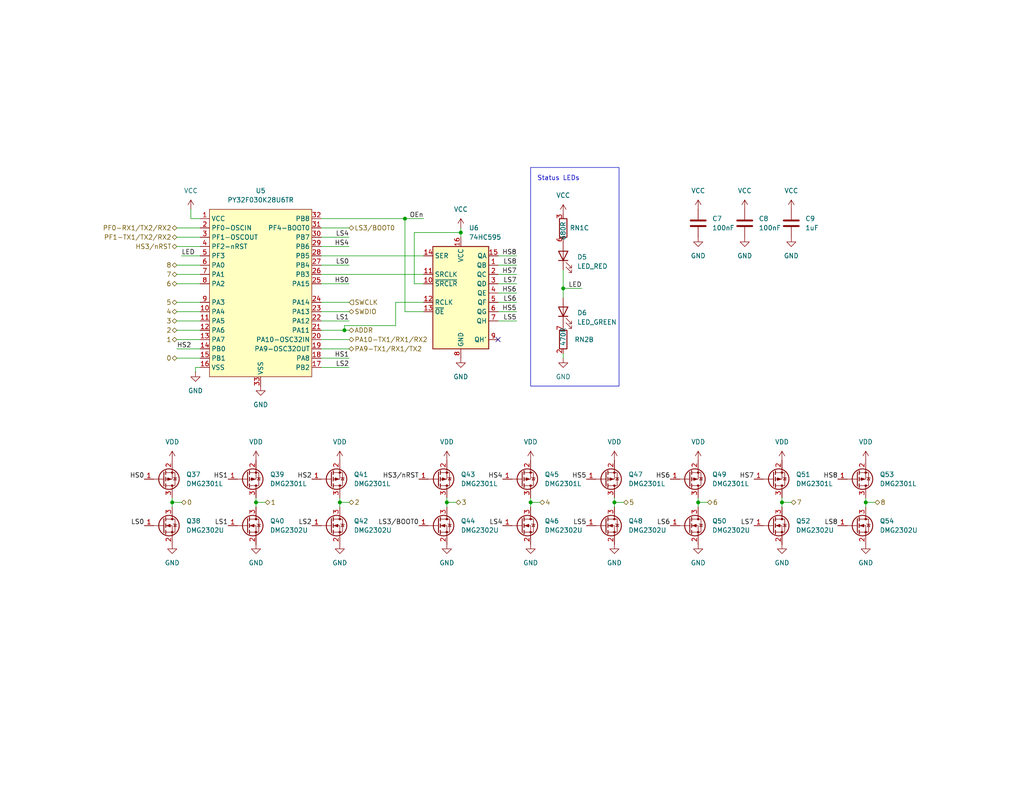
<source format=kicad_sch>
(kicad_sch (version 20231120) (generator "eeschema") (generator_version "8.0")
  (paper "USLetter")
  (junction (at 190.5 137.16))
  (junction (at 167.64 137.16))
  (junction (at 121.92 137.16))
  (junction (at 125.73 63.5))
  (junction (at 236.22 137.16))
  (junction (at 92.71 137.16))
  (junction (at 46.99 137.16))
  (junction (at 213.36 137.16))
  (junction (at 93.98 90.17))
  (junction (at 144.78 137.16))
  (junction (at 69.85 137.16))
  (junction (at 110.49 59.69))
  (junction (at 153.67 78.74))
  (no_connect (at 135.89 92.71))
  (wire (pts (xy 69.85 137.16) (xy 72.39 137.16)))
  (wire (pts (xy 87.63 59.69) (xy 110.49 59.69)))
  (wire (pts (xy 135.89 74.93) (xy 140.97 74.93)))
  (wire (pts (xy 48.26 87.63) (xy 54.61 87.63)))
  (wire (pts (xy 167.64 135.89) (xy 167.64 137.16)))
  (wire (pts (xy 69.85 135.89) (xy 69.85 137.16)))
  (wire (pts (xy 87.63 64.77) (xy 95.25 64.77)))
  (wire (pts (xy 54.61 59.69) (xy 52.07 59.69)))
  (wire (pts (xy 125.73 63.5) (xy 113.03 63.5)))
  (wire (pts (xy 87.63 62.23) (xy 95.25 62.23)))
  (wire (pts (xy 153.67 73.66) (xy 153.67 78.74)))
  (wire (pts (xy 53.34 101.6) (xy 53.34 100.33)))
  (wire (pts (xy 48.26 74.93) (xy 54.61 74.93)))
  (wire (pts (xy 190.5 135.89) (xy 190.5 137.16)))
  (wire (pts (xy 48.26 64.77) (xy 54.61 64.77)))
  (wire (pts (xy 190.5 137.16) (xy 190.5 138.43)))
  (wire (pts (xy 135.89 69.85) (xy 140.97 69.85)))
  (wire (pts (xy 213.36 135.89) (xy 213.36 137.16)))
  (wire (pts (xy 87.63 90.17) (xy 93.98 90.17)))
  (wire (pts (xy 48.26 85.09) (xy 54.61 85.09)))
  (wire (pts (xy 113.03 77.47) (xy 115.57 77.47)))
  (wire (pts (xy 93.98 90.17) (xy 95.25 90.17)))
  (wire (pts (xy 95.25 97.79) (xy 87.63 97.79)))
  (wire (pts (xy 113.03 63.5) (xy 113.03 77.47)))
  (wire (pts (xy 236.22 137.16) (xy 238.76 137.16)))
  (wire (pts (xy 167.64 137.16) (xy 167.64 138.43)))
  (wire (pts (xy 236.22 135.89) (xy 236.22 137.16)))
  (wire (pts (xy 125.73 62.23) (xy 125.73 63.5)))
  (wire (pts (xy 93.98 90.17) (xy 93.98 88.9)))
  (wire (pts (xy 121.92 137.16) (xy 124.46 137.16)))
  (wire (pts (xy 135.89 77.47) (xy 140.97 77.47)))
  (wire (pts (xy 158.75 78.74) (xy 153.67 78.74)))
  (wire (pts (xy 48.26 72.39) (xy 54.61 72.39)))
  (wire (pts (xy 48.26 77.47) (xy 54.61 77.47)))
  (wire (pts (xy 92.71 135.89) (xy 92.71 137.16)))
  (wire (pts (xy 95.25 72.39) (xy 87.63 72.39)))
  (wire (pts (xy 144.78 137.16) (xy 144.78 138.43)))
  (wire (pts (xy 95.25 67.31) (xy 87.63 67.31)))
  (wire (pts (xy 213.36 137.16) (xy 213.36 138.43)))
  (wire (pts (xy 167.64 137.16) (xy 170.18 137.16)))
  (wire (pts (xy 135.89 80.01) (xy 140.97 80.01)))
  (wire (pts (xy 95.25 82.55) (xy 87.63 82.55)))
  (wire (pts (xy 48.26 92.71) (xy 54.61 92.71)))
  (wire (pts (xy 121.92 137.16) (xy 121.92 138.43)))
  (wire (pts (xy 87.63 69.85) (xy 115.57 69.85)))
  (wire (pts (xy 48.26 82.55) (xy 54.61 82.55)))
  (wire (pts (xy 92.71 137.16) (xy 92.71 138.43)))
  (wire (pts (xy 110.49 59.69) (xy 115.57 59.69)))
  (wire (pts (xy 135.89 72.39) (xy 140.97 72.39)))
  (wire (pts (xy 125.73 63.5) (xy 125.73 64.77)))
  (wire (pts (xy 95.25 85.09) (xy 87.63 85.09)))
  (wire (pts (xy 48.26 95.25) (xy 54.61 95.25)))
  (wire (pts (xy 46.99 135.89) (xy 46.99 137.16)))
  (wire (pts (xy 135.89 82.55) (xy 140.97 82.55)))
  (wire (pts (xy 87.63 74.93) (xy 115.57 74.93)))
  (wire (pts (xy 46.99 137.16) (xy 46.99 138.43)))
  (wire (pts (xy 48.26 90.17) (xy 54.61 90.17)))
  (wire (pts (xy 52.07 59.69) (xy 52.07 57.15)))
  (wire (pts (xy 110.49 59.69) (xy 110.49 85.09)))
  (wire (pts (xy 107.95 82.55) (xy 115.57 82.55)))
  (wire (pts (xy 93.98 88.9) (xy 107.95 88.9)))
  (wire (pts (xy 110.49 85.09) (xy 115.57 85.09)))
  (wire (pts (xy 135.89 85.09) (xy 140.97 85.09)))
  (wire (pts (xy 95.25 92.71) (xy 87.63 92.71)))
  (wire (pts (xy 135.89 87.63) (xy 140.97 87.63)))
  (wire (pts (xy 107.95 88.9) (xy 107.95 82.55)))
  (wire (pts (xy 121.92 135.89) (xy 121.92 137.16)))
  (wire (pts (xy 95.25 100.33) (xy 87.63 100.33)))
  (wire (pts (xy 144.78 135.89) (xy 144.78 137.16)))
  (wire (pts (xy 236.22 137.16) (xy 236.22 138.43)))
  (wire (pts (xy 213.36 137.16) (xy 215.9 137.16)))
  (wire (pts (xy 69.85 137.16) (xy 69.85 138.43)))
  (wire (pts (xy 46.99 137.16) (xy 49.53 137.16)))
  (wire (pts (xy 190.5 137.16) (xy 193.04 137.16)))
  (wire (pts (xy 95.25 87.63) (xy 87.63 87.63)))
  (wire (pts (xy 49.53 69.85) (xy 54.61 69.85)))
  (wire (pts (xy 48.26 67.31) (xy 54.61 67.31)))
  (wire (pts (xy 92.71 137.16) (xy 95.25 137.16)))
  (wire (pts (xy 144.78 137.16) (xy 147.32 137.16)))
  (wire (pts (xy 95.25 95.25) (xy 87.63 95.25)))
  (wire (pts (xy 153.67 97.79) (xy 153.67 96.52)))
  (wire (pts (xy 53.34 100.33) (xy 54.61 100.33)))
  (wire (pts (xy 48.26 97.79) (xy 54.61 97.79)))
  (wire (pts (xy 95.25 77.47) (xy 87.63 77.47)))
  (wire (pts (xy 153.67 78.74) (xy 153.67 81.28)))
  (wire (pts (xy 48.26 62.23) (xy 54.61 62.23)))
  (rectangle (start 144.78 45.72) (end 168.91 105.41))
  (text "Status LEDs" (at 146.558 48.006 0) (effects (font (size 1.27 1.27)) (justify left top)))
  (label "LS8" (at 140.97 72.39 180))
  (label "LS1" (at 62.23 143.51 180))
  (label "LED" (at 158.75 78.74 180))
  (label "HS6" (at 182.88 130.81 180))
  (label "HS1" (at 62.23 130.81 180))
  (label "LS6" (at 182.88 143.51 180))
  (label "LS4" (at 137.16 143.51 180))
  (label "HS2" (at 48.26 95.25 0))
  (label "HS7" (at 140.97 74.93 180))
  (label "HS5" (at 160.02 130.81 180))
  (label "HS8" (at 228.6 130.81 180))
  (label "HS3{slash}nRST" (at 114.3 130.81 180))
  (label "LS6" (at 140.97 82.55 180))
  (label "HS0" (at 39.37 130.81 180))
  (label "LS5" (at 160.02 143.51 180))
  (label "HS4" (at 137.16 130.81 180))
  (label "HS8" (at 140.97 69.85 180))
  (label "LS4" (at 95.25 64.77 180))
  (label "LS3{slash}BOOT0" (at 114.3 143.51 180))
  (label "LS0" (at 95.25 72.39 180))
  (label "LS1" (at 95.25 87.63 180))
  (label "LS2" (at 95.25 100.33 180))
  (label "HS5" (at 140.97 85.09 180))
  (label "LED" (at 49.53 69.85 0))
  (label "HS2" (at 85.09 130.81 180))
  (label "HS4" (at 95.25 67.31 180))
  (label "OEn" (at 115.57 59.69 180))
  (label "LS2" (at 85.09 143.51 180))
  (label "LS7" (at 205.74 143.51 180))
  (label "LS0" (at 39.37 143.51 180))
  (label "HS6" (at 140.97 80.01 180))
  (label "LS7" (at 140.97 77.47 180))
  (label "HS7" (at 205.74 130.81 180))
  (label "LS8" (at 228.6 143.51 180))
  (label "LS5" (at 140.97 87.63 180))
  (label "HS1" (at 95.25 97.79 180))
  (label "HS0" (at 95.25 77.47 180))
  (hierarchical_label "5" (shape tri_state) (at 48.26 82.55 180))
  (hierarchical_label "0" (shape tri_state) (at 49.53 137.16 0))
  (hierarchical_label "PF0-RX1{slash}TX2{slash}RX2" (shape tri_state) (at 48.26 62.23 180))
  (hierarchical_label "0" (shape tri_state) (at 48.26 97.79 180))
  (hierarchical_label "SWCLK" (shape input) (at 95.25 82.55 0))
  (hierarchical_label "PA10-TX1{slash}RX1{slash}RX2" (shape tri_state) (at 95.25 92.71 0))
  (hierarchical_label "6" (shape tri_state) (at 48.26 77.47 180))
  (hierarchical_label "7" (shape tri_state) (at 215.9 137.16 0))
  (hierarchical_label "ADDR" (shape tri_state) (at 95.25 90.17 0))
  (hierarchical_label "PF1-TX1{slash}TX2{slash}RX2" (shape tri_state) (at 48.26 64.77 180))
  (hierarchical_label "3" (shape tri_state) (at 48.26 87.63 180))
  (hierarchical_label "4" (shape tri_state) (at 147.32 137.16 0))
  (hierarchical_label "5" (shape tri_state) (at 170.18 137.16 0))
  (hierarchical_label "SWDIO" (shape tri_state) (at 95.25 85.09 0))
  (hierarchical_label "6" (shape tri_state) (at 193.04 137.16 0))
  (hierarchical_label "2" (shape tri_state) (at 48.26 90.17 180))
  (hierarchical_label "8" (shape tri_state) (at 238.76 137.16 0))
  (hierarchical_label "PA9-TX1{slash}RX1{slash}TX2" (shape tri_state) (at 95.25 95.25 0))
  (hierarchical_label "1" (shape tri_state) (at 48.26 92.71 180))
  (hierarchical_label "8" (shape tri_state) (at 48.26 72.39 180))
  (hierarchical_label "4" (shape tri_state) (at 48.26 85.09 180))
  (hierarchical_label "7" (shape tri_state) (at 48.26 74.93 180))
  (hierarchical_label "3" (shape tri_state) (at 124.46 137.16 0))
  (hierarchical_label "HS3{slash}nRST" (shape bidirectional) (at 48.26 67.31 180))
  (hierarchical_label "1" (shape tri_state) (at 72.39 137.16 0))
  (hierarchical_label "LS3{slash}BOOT0" (shape bidirectional) (at 95.25 62.23 0))
  (hierarchical_label "2" (shape tri_state) (at 95.25 137.16 0))
  (symbol (lib_id "Transistor_FET:DMG2302U") (at 187.96 143.51 0) (unit 1)
    (property "Reference" "Q50" (at 194.31 142.2399 0) (effects (justify left)))
    (property "Value" "DMG2302U" (at 194.31 144.7799 0) (effects (justify left)))
    (property "Footprint" "Package_TO_SOT_SMD:SOT-23_alt_silk" (effects (hide yes)))
    (property "Datasheet" "http://www.diodes.com/assets/Datasheets/DMG2302U.pdf" (effects (hide yes)))
    (property "Description" "4.2A Id, 20V Vds, N-Channel MOSFET, SOT-23" (effects (hide yes)))
    (property "Comments" "2302V N-channel MOSFET" (effects (hide yes)))
    (property "LCSC" "C7431443" (effects (hide yes)))
    (instances (project "backplane_tracer_v5" (path "" (reference "Q50") (unit 1)) (path "" (reference "Q68") (unit 1)) (path "" (reference "Q86") (unit 1)) (path "" (reference "Q104") (unit 1)) (path "" (reference "Q122") (unit 1)) (path "" (reference "Q32") (unit 1)) (path "" (reference "Q14") (unit 1)) (path "" (reference "Q140") (unit 1))))
  )
  (symbol (lib_id "power:VCC") (at 125.73 62.23 0) (unit 1)
    (property "Reference" "#PWR099" (effects (hide yes)))
    (property "Value" "VCC" (at 125.73 57.15 0))
    (property "Description" "Power symbol creates a global label with name \"VCC\"" (effects (hide yes)))
    (instances (project "" (path "" (reference "#PWR099") (unit 1)) (path "" (reference "#PWR0104") (unit 1)) (path "" (reference "#PWR0106") (unit 1)) (path "" (reference "#PWR0112") (unit 1)) (path "" (reference "#PWR0116") (unit 1)) (path "" (reference "#PWR097") (unit 1)) (path "" (reference "#PWR085") (unit 1)) (path "" (reference "#PWR0128") (unit 1))))
  )
  (symbol (lib_id "Transistor_FET:DMG2302U") (at 165.1 143.51 0) (unit 1)
    (property "Reference" "Q48" (at 171.45 142.2399 0) (effects (justify left)))
    (property "Value" "DMG2302U" (at 171.45 144.7799 0) (effects (justify left)))
    (property "Footprint" "Package_TO_SOT_SMD:SOT-23_alt_silk" (effects (hide yes)))
    (property "Datasheet" "http://www.diodes.com/assets/Datasheets/DMG2302U.pdf" (effects (hide yes)))
    (property "Description" "4.2A Id, 20V Vds, N-Channel MOSFET, SOT-23" (effects (hide yes)))
    (property "Comments" "2302V N-channel MOSFET" (effects (hide yes)))
    (property "LCSC" "C7431443" (effects (hide yes)))
    (instances (project "backplane_tracer_v5" (path "" (reference "Q48") (unit 1)) (path "" (reference "Q66") (unit 1)) (path "" (reference "Q84") (unit 1)) (path "" (reference "Q102") (unit 1)) (path "" (reference "Q120") (unit 1)) (path "" (reference "Q30") (unit 1)) (path "" (reference "Q12") (unit 1)) (path "" (reference "Q138") (unit 1))))
  )
  (symbol (lib_id "Transistor_FET:DMG2302U") (at 142.24 143.51 0) (unit 1)
    (property "Reference" "Q46" (at 148.59 142.2399 0) (effects (justify left)))
    (property "Value" "DMG2302U" (at 148.59 144.7799 0) (effects (justify left)))
    (property "Footprint" "Package_TO_SOT_SMD:SOT-23_alt_silk" (effects (hide yes)))
    (property "Datasheet" "http://www.diodes.com/assets/Datasheets/DMG2302U.pdf" (effects (hide yes)))
    (property "Description" "4.2A Id, 20V Vds, N-Channel MOSFET, SOT-23" (effects (hide yes)))
    (property "Comments" "2302V N-channel MOSFET" (effects (hide yes)))
    (property "LCSC" "C7431443" (effects (hide yes)))
    (instances (project "backplane_tracer_v5" (path "" (reference "Q46") (unit 1)) (path "" (reference "Q64") (unit 1)) (path "" (reference "Q82") (unit 1)) (path "" (reference "Q100") (unit 1)) (path "" (reference "Q118") (unit 1)) (path "" (reference "Q28") (unit 1)) (path "" (reference "Q10") (unit 1)) (path "" (reference "Q136") (unit 1))))
  )
  (symbol (lib_id "power:VDD") (at 167.64 125.73 0) (unit 1)
    (property "Reference" "#PWR083" (effects (hide yes)))
    (property "Value" "VDD" (at 167.64 120.65 0))
    (property "Description" "Power symbol creates a global label with name \"VDD\"" (effects (hide yes)))
    (instances (project "backplane_tracer_v4" (path "" (reference "#PWR083") (unit 1)) (path "" (reference "#PWR0114") (unit 1)) (path "" (reference "#PWR0145") (unit 1)) (path "" (reference "#PWR0176") (unit 1)) (path "" (reference "#PWR0207") (unit 1)) (path "" (reference "#PWR053") (unit 1)) (path "" (reference "#PWR028") (unit 1)) (path "" (reference "#PWR0238") (unit 1))))
  )
  (symbol (lib_id "Transistor_FET:DMG2301L") (at 165.1 130.81 0) (mirror x) (unit 1)
    (property "Reference" "Q47" (at 171.45 129.5399 0) (effects (justify left)))
    (property "Value" "DMG2301L" (at 171.45 132.0799 0) (effects (justify left)))
    (property "Footprint" "Package_TO_SOT_SMD:SOT-23_alt_silk" (effects (hide yes)))
    (property "Datasheet" "https://www.diodes.com/assets/Datasheets/DMG2301L.pdf" (effects (hide yes)))
    (property "Description" "-3A Id, -20V Vds, P-Channel MOSFET, SOT-23" (effects (hide yes)))
    (property "Comments" "2301V P-channel MOSFET" (effects (hide yes)))
    (property "LCSC" "C7499856" (effects (hide yes)))
    (instances (project "backplane_tracer_v5" (path "" (reference "Q47") (unit 1)) (path "" (reference "Q65") (unit 1)) (path "" (reference "Q83") (unit 1)) (path "" (reference "Q101") (unit 1)) (path "" (reference "Q119") (unit 1)) (path "" (reference "Q29") (unit 1)) (path "" (reference "Q11") (unit 1)) (path "" (reference "Q137") (unit 1))))
  )
  (symbol (lib_id "power:GND") (at 190.5 148.59 0) (unit 1)
    (property "Reference" "#PWR088" (effects (hide yes)))
    (property "Value" "GND" (at 190.5 153.67 0))
    (property "Description" "Power symbol creates a global label with name \"GND\" , ground" (effects (hide yes)))
    (instances (project "backplane_tracer_v4" (path "" (reference "#PWR088") (unit 1)) (path "" (reference "#PWR0119") (unit 1)) (path "" (reference "#PWR0150") (unit 1)) (path "" (reference "#PWR0181") (unit 1)) (path "" (reference "#PWR0212") (unit 1)) (path "" (reference "#PWR058") (unit 1)) (path "" (reference "#PWR020") (unit 1)) (path "" (reference "#PWR0243") (unit 1))))
  )
  (symbol (lib_id "power:GND") (at 46.99 148.59 0) (unit 1)
    (property "Reference" "#PWR063" (effects (hide yes)))
    (property "Value" "GND" (at 46.99 153.67 0))
    (property "Description" "Power symbol creates a global label with name \"GND\" , ground" (effects (hide yes)))
    (instances (project "backplane_tracer_v4" (path "" (reference "#PWR063") (unit 1)) (path "" (reference "#PWR094") (unit 1)) (path "" (reference "#PWR0125") (unit 1)) (path "" (reference "#PWR0156") (unit 1)) (path "" (reference "#PWR0187") (unit 1)) (path "" (reference "#PWR033") (unit 1)) (path "" (reference "#PWR010") (unit 1)) (path "" (reference "#PWR0218") (unit 1))))
  )
  (symbol (lib_id "power:GND") (at 125.73 97.79 0) (unit 1)
    (property "Reference" "#PWR082" (effects (hide yes)))
    (property "Value" "GND" (at 125.73 102.87 0))
    (property "Description" "Power symbol creates a global label with name \"GND\" , ground" (effects (hide yes)))
    (instances (project "backplane_tracer_v4" (path "" (reference "#PWR082") (unit 1)) (path "" (reference "#PWR0113") (unit 1)) (path "" (reference "#PWR0144") (unit 1)) (path "" (reference "#PWR0175") (unit 1)) (path "" (reference "#PWR0206") (unit 1)) (path "" (reference "#PWR052") (unit 1)) (path "" (reference "#PWR011") (unit 1)) (path "" (reference "#PWR0237") (unit 1))))
  )
  (symbol (lib_id "power:GND") (at 213.36 148.59 0) (unit 1)
    (property "Reference" "#PWR090" (effects (hide yes)))
    (property "Value" "GND" (at 213.36 153.67 0))
    (property "Description" "Power symbol creates a global label with name \"GND\" , ground" (effects (hide yes)))
    (instances (project "backplane_tracer_v4" (path "" (reference "#PWR090") (unit 1)) (path "" (reference "#PWR0121") (unit 1)) (path "" (reference "#PWR0152") (unit 1)) (path "" (reference "#PWR0183") (unit 1)) (path "" (reference "#PWR0214") (unit 1)) (path "" (reference "#PWR060") (unit 1)) (path "" (reference "#PWR021") (unit 1)) (path "" (reference "#PWR0245") (unit 1))))
  )
  (symbol (lib_id "Transistor_FET:DMG2301L") (at 142.24 130.81 0) (mirror x) (unit 1)
    (property "Reference" "Q45" (at 148.59 129.5399 0) (effects (justify left)))
    (property "Value" "DMG2301L" (at 148.59 132.0799 0) (effects (justify left)))
    (property "Footprint" "Package_TO_SOT_SMD:SOT-23_alt_silk" (effects (hide yes)))
    (property "Datasheet" "https://www.diodes.com/assets/Datasheets/DMG2301L.pdf" (effects (hide yes)))
    (property "Description" "-3A Id, -20V Vds, P-Channel MOSFET, SOT-23" (effects (hide yes)))
    (property "Comments" "2301V P-channel MOSFET" (effects (hide yes)))
    (property "LCSC" "C7499856" (effects (hide yes)))
    (instances (project "backplane_tracer_v5" (path "" (reference "Q45") (unit 1)) (path "" (reference "Q63") (unit 1)) (path "" (reference "Q81") (unit 1)) (path "" (reference "Q99") (unit 1)) (path "" (reference "Q117") (unit 1)) (path "" (reference "Q27") (unit 1)) (path "" (reference "Q9") (unit 1)) (path "" (reference "Q135") (unit 1))))
  )
  (symbol (lib_id "Transistor_FET:DMG2302U") (at 119.38 143.51 0) (unit 1)
    (property "Reference" "Q44" (at 125.73 142.2399 0) (effects (justify left)))
    (property "Value" "DMG2302U" (at 125.73 144.7799 0) (effects (justify left)))
    (property "Footprint" "Package_TO_SOT_SMD:SOT-23_alt_silk" (effects (hide yes)))
    (property "Datasheet" "http://www.diodes.com/assets/Datasheets/DMG2302U.pdf" (effects (hide yes)))
    (property "Description" "4.2A Id, 20V Vds, N-Channel MOSFET, SOT-23" (effects (hide yes)))
    (property "Comments" "2302V N-channel MOSFET" (effects (hide yes)))
    (property "LCSC" "C7431443" (effects (hide yes)))
    (instances (project "backplane_tracer_v5" (path "" (reference "Q44") (unit 1)) (path "" (reference "Q62") (unit 1)) (path "" (reference "Q80") (unit 1)) (path "" (reference "Q98") (unit 1)) (path "" (reference "Q116") (unit 1)) (path "" (reference "Q26") (unit 1)) (path "" (reference "Q8") (unit 1)) (path "" (reference "Q134") (unit 1))))
  )
  (symbol (lib_id "power:VCC") (at 190.5 57.15 0) (unit 1)
    (property "Reference" "#PWR0178" (effects (hide yes)))
    (property "Value" "VCC" (at 190.5 52.07 0))
    (property "Description" "Power symbol creates a global label with name \"VCC\"" (effects (hide yes)))
    (instances (project "" (path "" (reference "#PWR0178") (unit 1)) (path "" (reference "#PWR0190") (unit 1)) (path "" (reference "#PWR0192") (unit 1)) (path "" (reference "#PWR0197") (unit 1)) (path "" (reference "#PWR0199") (unit 1)) (path "" (reference "#PWR0174") (unit 1)) (path "" (reference "#PWR0168") (unit 1)) (path "" (reference "#PWR0205") (unit 1))))
  )
  (symbol (lib_id "power:VDD") (at 121.92 125.73 0) (unit 1)
    (property "Reference" "#PWR077" (effects (hide yes)))
    (property "Value" "VDD" (at 121.92 120.65 0))
    (property "Description" "Power symbol creates a global label with name \"VDD\"" (effects (hide yes)))
    (instances (project "backplane_tracer_v4" (path "" (reference "#PWR077") (unit 1)) (path "" (reference "#PWR0108") (unit 1)) (path "" (reference "#PWR0139") (unit 1)) (path "" (reference "#PWR0170") (unit 1)) (path "" (reference "#PWR0201") (unit 1)) (path "" (reference "#PWR047") (unit 1)) (path "" (reference "#PWR026") (unit 1)) (path "" (reference "#PWR0232") (unit 1))))
  )
  (symbol (lib_id "power:GND") (at 236.22 148.59 0) (unit 1)
    (property "Reference" "#PWR092" (effects (hide yes)))
    (property "Value" "GND" (at 236.22 153.67 0))
    (property "Description" "Power symbol creates a global label with name \"GND\" , ground" (effects (hide yes)))
    (instances (project "backplane_tracer_v4" (path "" (reference "#PWR092") (unit 1)) (path "" (reference "#PWR0123") (unit 1)) (path "" (reference "#PWR0154") (unit 1)) (path "" (reference "#PWR0185") (unit 1)) (path "" (reference "#PWR0216") (unit 1)) (path "" (reference "#PWR062") (unit 1)) (path "" (reference "#PWR022") (unit 1)) (path "" (reference "#PWR0247") (unit 1))))
  )
  (symbol (lib_id "power:VCC") (at 153.67 58.42 0) (unit 1)
    (property "Reference" "#PWR0273" (effects (hide yes)))
    (property "Value" "VCC" (at 153.67 53.34 0))
    (property "Description" "Power symbol creates a global label with name \"VCC\"" (effects (hide yes)))
    (instances (project "backplane_tracer_v4" (path "" (reference "#PWR0273") (unit 1)) (path "" (reference "#PWR0274") (unit 1)) (path "" (reference "#PWR0275") (unit 1)) (path "" (reference "#PWR0276") (unit 1)) (path "" (reference "#PWR0277") (unit 1)) (path "" (reference "#PWR0272") (unit 1)) (path "" (reference "#PWR0271") (unit 1)) (path "" (reference "#PWR0278") (unit 1))))
  )
  (symbol (lib_id "power:VDD") (at 144.78 125.73 0) (unit 1)
    (property "Reference" "#PWR079" (effects (hide yes)))
    (property "Value" "VDD" (at 144.78 120.65 0))
    (property "Description" "Power symbol creates a global label with name \"VDD\"" (effects (hide yes)))
    (instances (project "backplane_tracer_v4" (path "" (reference "#PWR079") (unit 1)) (path "" (reference "#PWR0110") (unit 1)) (path "" (reference "#PWR0141") (unit 1)) (path "" (reference "#PWR0172") (unit 1)) (path "" (reference "#PWR0203") (unit 1)) (path "" (reference "#PWR049") (unit 1)) (path "" (reference "#PWR027") (unit 1)) (path "" (reference "#PWR0234") (unit 1))))
  )
  (symbol (lib_id "power:GND") (at 190.5 64.77 0) (unit 1)
    (property "Reference" "#PWR069" (effects (hide yes)))
    (property "Value" "GND" (at 190.5 69.85 0))
    (property "Description" "Power symbol creates a global label with name \"GND\" , ground" (effects (hide yes)))
    (instances (project "backplane_tracer_v4" (path "" (reference "#PWR069") (unit 1)) (path "" (reference "#PWR0100") (unit 1)) (path "" (reference "#PWR0131") (unit 1)) (path "" (reference "#PWR0162") (unit 1)) (path "" (reference "#PWR0193") (unit 1)) (path "" (reference "#PWR039") (unit 1)) (path "" (reference "#PWR04") (unit 1)) (path "" (reference "#PWR0224") (unit 1))))
  )
  (symbol (lib_id "power:GND") (at 69.85 148.59 0) (unit 1)
    (property "Reference" "#PWR065" (effects (hide yes)))
    (property "Value" "GND" (at 69.85 153.67 0))
    (property "Description" "Power symbol creates a global label with name \"GND\" , ground" (effects (hide yes)))
    (instances (project "backplane_tracer_v4" (path "" (reference "#PWR065") (unit 1)) (path "" (reference "#PWR096") (unit 1)) (path "" (reference "#PWR0127") (unit 1)) (path "" (reference "#PWR0158") (unit 1)) (path "" (reference "#PWR0189") (unit 1)) (path "" (reference "#PWR035") (unit 1)) (path "" (reference "#PWR014") (unit 1)) (path "" (reference "#PWR0220") (unit 1))))
  )
  (symbol (lib_id "Transistor_FET:DMG2302U") (at 210.82 143.51 0) (unit 1)
    (property "Reference" "Q52" (at 217.17 142.2399 0) (effects (justify left)))
    (property "Value" "DMG2302U" (at 217.17 144.7799 0) (effects (justify left)))
    (property "Footprint" "Package_TO_SOT_SMD:SOT-23_alt_silk" (effects (hide yes)))
    (property "Datasheet" "http://www.diodes.com/assets/Datasheets/DMG2302U.pdf" (effects (hide yes)))
    (property "Description" "4.2A Id, 20V Vds, N-Channel MOSFET, SOT-23" (effects (hide yes)))
    (property "Comments" "2302V N-channel MOSFET" (effects (hide yes)))
    (property "LCSC" "C7431443" (effects (hide yes)))
    (instances (project "backplane_tracer_v5" (path "" (reference "Q52") (unit 1)) (path "" (reference "Q70") (unit 1)) (path "" (reference "Q88") (unit 1)) (path "" (reference "Q106") (unit 1)) (path "" (reference "Q124") (unit 1)) (path "" (reference "Q34") (unit 1)) (path "" (reference "Q16") (unit 1)) (path "" (reference "Q142") (unit 1))))
  )
  (symbol (lib_id "power:GND") (at 153.67 97.79 0) (unit 1)
    (property "Reference" "#PWR086" (effects (hide yes)))
    (property "Value" "GND" (at 153.67 102.87 0))
    (property "Description" "Power symbol creates a global label with name \"GND\" , ground" (effects (hide yes)))
    (instances (project "backplane_tracer_v4" (path "" (reference "#PWR086") (unit 1)) (path "" (reference "#PWR0117") (unit 1)) (path "" (reference "#PWR0148") (unit 1)) (path "" (reference "#PWR0179") (unit 1)) (path "" (reference "#PWR0210") (unit 1)) (path "" (reference "#PWR056") (unit 1)) (path "" (reference "#PWR013") (unit 1)) (path "" (reference "#PWR0241") (unit 1))))
  )
  (symbol (lib_id "power:GND") (at 53.34 101.6 0) (unit 1)
    (property "Reference" "#PWR067" (effects (hide yes)))
    (property "Value" "GND" (at 53.34 106.68 0))
    (property "Description" "Power symbol creates a global label with name \"GND\" , ground" (effects (hide yes)))
    (instances (project "backplane_tracer_v4" (path "" (reference "#PWR067") (unit 1)) (path "" (reference "#PWR098") (unit 1)) (path "" (reference "#PWR0129") (unit 1)) (path "" (reference "#PWR0160") (unit 1)) (path "" (reference "#PWR0191") (unit 1)) (path "" (reference "#PWR037") (unit 1)) (path "" (reference "#PWR02") (unit 1)) (path "" (reference "#PWR0222") (unit 1))))
  )
  (symbol (lib_id "Device:LED") (at 153.67 69.85 90) (unit 1)
    (property "Reference" "D5" (at 157.48 70.1674 90) (effects (justify right)))
    (property "Value" "LED_RED" (at 157.48 72.7074 90) (effects (justify right)))
    (property "Footprint" "LED_SMD:LED_0603_1608Metric" (effects (hide yes)))
    (property "Datasheet" "https://www.lcsc.com/datasheet/lcsc_datasheet_2308091127_TUOZHAN-F-0603-00139-P2-0603R1TS2-06T-002_C7496820.pdf" (effects (hide yes)))
    (property "Description" "Light emitting diode" (effects (hide yes)))
    (property "LCSC" "C7496820" (effects (hide yes)))
    (property "Comments" "Red LED" (effects (hide yes)))
    (instances (project "backplane_tracer_v4" (path "" (reference "D5") (unit 1)) (path "" (reference "D7") (unit 1)) (path "" (reference "D9") (unit 1)) (path "" (reference "D11") (unit 1)) (path "" (reference "D13") (unit 1)) (path "" (reference "D3") (unit 1)) (path "" (reference "D1") (unit 1)) (path "" (reference "D15") (unit 1))))
  )
  (symbol (lib_id "power:GND") (at 71.12 105.41 0) (unit 1)
    (property "Reference" "#PWR070" (effects (hide yes)))
    (property "Value" "GND" (at 71.12 110.49 0))
    (property "Description" "Power symbol creates a global label with name \"GND\" , ground" (effects (hide yes)))
    (instances (project "backplane_tracer_v4" (path "" (reference "#PWR070") (unit 1)) (path "" (reference "#PWR0101") (unit 1)) (path "" (reference "#PWR0132") (unit 1)) (path "" (reference "#PWR0163") (unit 1)) (path "" (reference "#PWR0194") (unit 1)) (path "" (reference "#PWR040") (unit 1)) (path "" (reference "#PWR05") (unit 1)) (path "" (reference "#PWR0225") (unit 1))))
  )
  (symbol (lib_id "power:GND") (at 121.92 148.59 0) (unit 1)
    (property "Reference" "#PWR078" (effects (hide yes)))
    (property "Value" "GND" (at 121.92 153.67 0))
    (property "Description" "Power symbol creates a global label with name \"GND\" , ground" (effects (hide yes)))
    (instances (project "backplane_tracer_v4" (path "" (reference "#PWR078") (unit 1)) (path "" (reference "#PWR0109") (unit 1)) (path "" (reference "#PWR0140") (unit 1)) (path "" (reference "#PWR0171") (unit 1)) (path "" (reference "#PWR0202") (unit 1)) (path "" (reference "#PWR048") (unit 1)) (path "" (reference "#PWR016") (unit 1)) (path "" (reference "#PWR0233") (unit 1))))
  )
  (symbol (lib_id "Device:C") (at 190.5 60.96 0) (unit 1)
    (property "Reference" "C7" (at 194.31 59.6899 0) (effects (justify left)))
    (property "Value" "100nF" (at 194.31 62.2299 0) (effects (justify left)))
    (property "Footprint" "Capacitor_SMD:C_0603_1608Metric" (effects (hide yes)))
    (property "Datasheet" "https://wmsc.lcsc.com/wmsc/upload/file/pdf/v2/lcsc/2211101700_YAGEO-CC0603KRX7R9BB104_C14663.pdf" (effects (hide yes)))
    (property "Description" "Unpolarized capacitor" (effects (hide yes)))
    (property "LCSC" "C14663" (effects (hide yes)))
    (property "Comments" "100nF 50V X7R" (effects (hide yes)))
    (instances (project "backplane_tracer_v4" (path "" (reference "C7") (unit 1)) (path "" (reference "C10") (unit 1)) (path "" (reference "C13") (unit 1)) (path "" (reference "C16") (unit 1)) (path "" (reference "C19") (unit 1)) (path "" (reference "C4") (unit 1)) (path "" (reference "C1") (unit 1)) (path "" (reference "C22") (unit 1))))
  )
  (symbol (lib_id "Transistor_FET:DMG2301L") (at 44.45 130.81 0) (mirror x) (unit 1)
    (property "Reference" "Q37" (at 50.8 129.5399 0) (effects (justify left)))
    (property "Value" "DMG2301L" (at 50.8 132.0799 0) (effects (justify left)))
    (property "Footprint" "Package_TO_SOT_SMD:SOT-23_alt_silk" (effects (hide yes)))
    (property "Datasheet" "https://www.diodes.com/assets/Datasheets/DMG2301L.pdf" (effects (hide yes)))
    (property "Description" "-3A Id, -20V Vds, P-Channel MOSFET, SOT-23" (effects (hide yes)))
    (property "Comments" "2301V P-channel MOSFET" (effects (hide yes)))
    (property "LCSC" "C7499856" (effects (hide yes)))
    (instances (project "" (path "" (reference "Q37") (unit 1)) (path "" (reference "Q55") (unit 1)) (path "" (reference "Q73") (unit 1)) (path "" (reference "Q91") (unit 1)) (path "" (reference "Q109") (unit 1)) (path "" (reference "Q19") (unit 1)) (path "" (reference "Q1") (unit 1)) (path "" (reference "Q127") (unit 1))))
  )
  (symbol (lib_id "Transistor_FET:DMG2302U") (at 67.31 143.51 0) (unit 1)
    (property "Reference" "Q40" (at 73.66 142.2399 0) (effects (justify left)))
    (property "Value" "DMG2302U" (at 73.66 144.7799 0) (effects (justify left)))
    (property "Footprint" "Package_TO_SOT_SMD:SOT-23_alt_silk" (effects (hide yes)))
    (property "Datasheet" "http://www.diodes.com/assets/Datasheets/DMG2302U.pdf" (effects (hide yes)))
    (property "Description" "4.2A Id, 20V Vds, N-Channel MOSFET, SOT-23" (effects (hide yes)))
    (property "Comments" "2302V N-channel MOSFET" (effects (hide yes)))
    (property "LCSC" "C7431443" (effects (hide yes)))
    (instances (project "backplane_tracer_v5" (path "" (reference "Q40") (unit 1)) (path "" (reference "Q58") (unit 1)) (path "" (reference "Q76") (unit 1)) (path "" (reference "Q94") (unit 1)) (path "" (reference "Q112") (unit 1)) (path "" (reference "Q22") (unit 1)) (path "" (reference "Q4") (unit 1)) (path "" (reference "Q130") (unit 1))))
  )
  (symbol (lib_id "power:GND") (at 203.2 64.77 0) (unit 1)
    (property "Reference" "#PWR074" (effects (hide yes)))
    (property "Value" "GND" (at 203.2 69.85 0))
    (property "Description" "Power symbol creates a global label with name \"GND\" , ground" (effects (hide yes)))
    (instances (project "backplane_tracer_v4" (path "" (reference "#PWR074") (unit 1)) (path "" (reference "#PWR0105") (unit 1)) (path "" (reference "#PWR0136") (unit 1)) (path "" (reference "#PWR0167") (unit 1)) (path "" (reference "#PWR0198") (unit 1)) (path "" (reference "#PWR044") (unit 1)) (path "" (reference "#PWR07") (unit 1)) (path "" (reference "#PWR0229") (unit 1))))
  )
  (symbol (lib_id "Transistor_FET:DMG2301L") (at 187.96 130.81 0) (mirror x) (unit 1)
    (property "Reference" "Q49" (at 194.31 129.5399 0) (effects (justify left)))
    (property "Value" "DMG2301L" (at 194.31 132.0799 0) (effects (justify left)))
    (property "Footprint" "Package_TO_SOT_SMD:SOT-23_alt_silk" (effects (hide yes)))
    (property "Datasheet" "https://www.diodes.com/assets/Datasheets/DMG2301L.pdf" (effects (hide yes)))
    (property "Description" "-3A Id, -20V Vds, P-Channel MOSFET, SOT-23" (effects (hide yes)))
    (property "Comments" "2301V P-channel MOSFET" (effects (hide yes)))
    (property "LCSC" "C7499856" (effects (hide yes)))
    (instances (project "backplane_tracer_v5" (path "" (reference "Q49") (unit 1)) (path "" (reference "Q67") (unit 1)) (path "" (reference "Q85") (unit 1)) (path "" (reference "Q103") (unit 1)) (path "" (reference "Q121") (unit 1)) (path "" (reference "Q31") (unit 1)) (path "" (reference "Q13") (unit 1)) (path "" (reference "Q139") (unit 1))))
  )
  (symbol (lib_id "puya:PY32F030K28U6TR") (at 71.12 80.01 0) (unit 1)
    (property "Reference" "U5" (at 71.12 52.07 0))
    (property "Value" "PY32F030K28U6TR" (at 71.12 54.61 0))
    (property "Footprint" "Package_DFN_QFN:QFN-32-1EP_5x5mm_P0.5mm_EP3.6x3.6mm" (effects (hide yes)))
    (property "Datasheet" "https://www.lcsc.com/datasheet/lcsc_datasheet_2205191730_PUYA--PY32F030K28U6TR_C3018718.pdf" (effects (hide yes)))
    (property "LCSC" "C3018718" (effects (hide yes)))
    (property "Comments" "PY32F030K28U6TR" (effects (hide yes)))
    (instances (project "backplane_tracer_v4" (path "" (reference "U5") (unit 1)) (path "" (reference "U7") (unit 1)) (path "" (reference "U9") (unit 1)) (path "" (reference "U11") (unit 1)) (path "" (reference "U13") (unit 1)) (path "" (reference "U3") (unit 1)) (path "" (reference "U1") (unit 1)) (path "" (reference "U15") (unit 1))))
  )
  (symbol (lib_id "Transistor_FET:DMG2301L") (at 233.68 130.81 0) (mirror x) (unit 1)
    (property "Reference" "Q53" (at 240.03 129.5399 0) (effects (justify left)))
    (property "Value" "DMG2301L" (at 240.03 132.0799 0) (effects (justify left)))
    (property "Footprint" "Package_TO_SOT_SMD:SOT-23_alt_silk" (effects (hide yes)))
    (property "Datasheet" "https://www.diodes.com/assets/Datasheets/DMG2301L.pdf" (effects (hide yes)))
    (property "Description" "-3A Id, -20V Vds, P-Channel MOSFET, SOT-23" (effects (hide yes)))
    (property "Comments" "2301V P-channel MOSFET" (effects (hide yes)))
    (property "LCSC" "C7499856" (effects (hide yes)))
    (instances (project "backplane_tracer_v5" (path "" (reference "Q53") (unit 1)) (path "" (reference "Q71") (unit 1)) (path "" (reference "Q89") (unit 1)) (path "" (reference "Q107") (unit 1)) (path "" (reference "Q125") (unit 1)) (path "" (reference "Q35") (unit 1)) (path "" (reference "Q17") (unit 1)) (path "" (reference "Q143") (unit 1))))
  )
  (symbol (lib_id "Transistor_FET:DMG2302U") (at 90.17 143.51 0) (unit 1)
    (property "Reference" "Q42" (at 96.52 142.2399 0) (effects (justify left)))
    (property "Value" "DMG2302U" (at 96.52 144.7799 0) (effects (justify left)))
    (property "Footprint" "Package_TO_SOT_SMD:SOT-23_alt_silk" (effects (hide yes)))
    (property "Datasheet" "http://www.diodes.com/assets/Datasheets/DMG2302U.pdf" (effects (hide yes)))
    (property "Description" "4.2A Id, 20V Vds, N-Channel MOSFET, SOT-23" (effects (hide yes)))
    (property "Comments" "2302V N-channel MOSFET" (effects (hide yes)))
    (property "LCSC" "C7431443" (effects (hide yes)))
    (instances (project "backplane_tracer_v5" (path "" (reference "Q42") (unit 1)) (path "" (reference "Q60") (unit 1)) (path "" (reference "Q78") (unit 1)) (path "" (reference "Q96") (unit 1)) (path "" (reference "Q114") (unit 1)) (path "" (reference "Q24") (unit 1)) (path "" (reference "Q6") (unit 1)) (path "" (reference "Q132") (unit 1))))
  )
  (symbol (lib_id "power:GND") (at 167.64 148.59 0) (unit 1)
    (property "Reference" "#PWR084" (effects (hide yes)))
    (property "Value" "GND" (at 167.64 153.67 0))
    (property "Description" "Power symbol creates a global label with name \"GND\" , ground" (effects (hide yes)))
    (instances (project "backplane_tracer_v4" (path "" (reference "#PWR084") (unit 1)) (path "" (reference "#PWR0115") (unit 1)) (path "" (reference "#PWR0146") (unit 1)) (path "" (reference "#PWR0177") (unit 1)) (path "" (reference "#PWR0208") (unit 1)) (path "" (reference "#PWR054") (unit 1)) (path "" (reference "#PWR018") (unit 1)) (path "" (reference "#PWR0239") (unit 1))))
  )
  (symbol (lib_id "power:VDD") (at 69.85 125.73 0) (unit 1)
    (property "Reference" "#PWR064" (effects (hide yes)))
    (property "Value" "VDD" (at 69.85 120.65 0))
    (property "Description" "Power symbol creates a global label with name \"VDD\"" (effects (hide yes)))
    (instances (project "backplane_tracer_v4" (path "" (reference "#PWR064") (unit 1)) (path "" (reference "#PWR095") (unit 1)) (path "" (reference "#PWR0126") (unit 1)) (path "" (reference "#PWR0157") (unit 1)) (path "" (reference "#PWR0188") (unit 1)) (path "" (reference "#PWR034") (unit 1)) (path "" (reference "#PWR024") (unit 1)) (path "" (reference "#PWR0219") (unit 1))))
  )
  (symbol (lib_id "power:VDD") (at 236.22 125.73 0) (unit 1)
    (property "Reference" "#PWR091" (effects (hide yes)))
    (property "Value" "VDD" (at 236.22 120.65 0))
    (property "Description" "Power symbol creates a global label with name \"VDD\"" (effects (hide yes)))
    (instances (project "backplane_tracer_v4" (path "" (reference "#PWR091") (unit 1)) (path "" (reference "#PWR0122") (unit 1)) (path "" (reference "#PWR0153") (unit 1)) (path "" (reference "#PWR0184") (unit 1)) (path "" (reference "#PWR0215") (unit 1)) (path "" (reference "#PWR061") (unit 1)) (path "" (reference "#PWR031") (unit 1)) (path "" (reference "#PWR0246") (unit 1))))
  )
  (symbol (lib_id "power:VCC") (at 203.2 57.15 0) (unit 1)
    (property "Reference" "#PWR0223" (effects (hide yes)))
    (property "Value" "VCC" (at 203.2 52.07 0))
    (property "Description" "Power symbol creates a global label with name \"VCC\"" (effects (hide yes)))
    (instances (project "" (path "" (reference "#PWR0223") (unit 1)) (path "" (reference "#PWR0228") (unit 1)) (path "" (reference "#PWR0230") (unit 1)) (path "" (reference "#PWR0236") (unit 1)) (path "" (reference "#PWR0240") (unit 1)) (path "" (reference "#PWR0221") (unit 1)) (path "" (reference "#PWR0209") (unit 1)) (path "" (reference "#PWR0257") (unit 1))))
  )
  (symbol (lib_id "Transistor_FET:DMG2302U") (at 233.68 143.51 0) (unit 1)
    (property "Reference" "Q54" (at 240.03 142.2399 0) (effects (justify left)))
    (property "Value" "DMG2302U" (at 240.03 144.7799 0) (effects (justify left)))
    (property "Footprint" "Package_TO_SOT_SMD:SOT-23_alt_silk" (effects (hide yes)))
    (property "Datasheet" "http://www.diodes.com/assets/Datasheets/DMG2302U.pdf" (effects (hide yes)))
    (property "Description" "4.2A Id, 20V Vds, N-Channel MOSFET, SOT-23" (effects (hide yes)))
    (property "Comments" "2302V N-channel MOSFET" (effects (hide yes)))
    (property "LCSC" "C7431443" (effects (hide yes)))
    (instances (project "backplane_tracer_v5" (path "" (reference "Q54") (unit 1)) (path "" (reference "Q72") (unit 1)) (path "" (reference "Q90") (unit 1)) (path "" (reference "Q108") (unit 1)) (path "" (reference "Q126") (unit 1)) (path "" (reference "Q36") (unit 1)) (path "" (reference "Q18") (unit 1)) (path "" (reference "Q144") (unit 1))))
  )
  (symbol (lib_id "Device:R_Pack04_Split") (at 153.67 62.23 0) (mirror x) (unit 3)
    (property "Reference" "RN1" (at 155.448 62.23 0) (effects (justify left)))
    (property "Value" "680R" (at 153.67 60.452 90) (effects (justify left)))
    (property "Footprint" "Resistor_SMD:R_Array_Convex_4x0603" (effects (hide yes)))
    (property "Datasheet" "https://www.lcsc.com/datasheet/lcsc_datasheet_2304140030_UNI-ROYAL-Uniroyal-Elec-4D03WGJ0681T5E_C12035.pdf" (effects (hide yes)))
    (property "Description" "4 resistor network, parallel topology, split" (effects (hide yes)))
    (property "LCSC" "C12035" (effects (hide yes)))
    (property "Comments" "680R 4-pack 5%" (effects (hide yes)))
    (instances (project "backplane_tracer_v4" (path "" (reference "RN1") (unit 3)) (path "" (reference "RN1") (unit 4)) (path "" (reference "RN3") (unit 1)) (path "" (reference "RN3") (unit 2)) (path "" (reference "RN3") (unit 3)) (path "" (reference "RN1") (unit 2)) (path "" (reference "RN1") (unit 1)) (path "" (reference "RN3") (unit 4))))
  )
  (symbol (lib_id "power:VDD") (at 213.36 125.73 0) (unit 1)
    (property "Reference" "#PWR089" (effects (hide yes)))
    (property "Value" "VDD" (at 213.36 120.65 0))
    (property "Description" "Power symbol creates a global label with name \"VDD\"" (effects (hide yes)))
    (instances (project "backplane_tracer_v4" (path "" (reference "#PWR089") (unit 1)) (path "" (reference "#PWR0120") (unit 1)) (path "" (reference "#PWR0151") (unit 1)) (path "" (reference "#PWR0182") (unit 1)) (path "" (reference "#PWR0213") (unit 1)) (path "" (reference "#PWR059") (unit 1)) (path "" (reference "#PWR030") (unit 1)) (path "" (reference "#PWR0244") (unit 1))))
  )
  (symbol (lib_id "Transistor_FET:DMG2301L") (at 90.17 130.81 0) (mirror x) (unit 1)
    (property "Reference" "Q41" (at 96.52 129.5399 0) (effects (justify left)))
    (property "Value" "DMG2301L" (at 96.52 132.0799 0) (effects (justify left)))
    (property "Footprint" "Package_TO_SOT_SMD:SOT-23_alt_silk" (effects (hide yes)))
    (property "Datasheet" "https://www.diodes.com/assets/Datasheets/DMG2301L.pdf" (effects (hide yes)))
    (property "Description" "-3A Id, -20V Vds, P-Channel MOSFET, SOT-23" (effects (hide yes)))
    (property "Comments" "2301V P-channel MOSFET" (effects (hide yes)))
    (property "LCSC" "C7499856" (effects (hide yes)))
    (instances (project "backplane_tracer_v5" (path "" (reference "Q41") (unit 1)) (path "" (reference "Q59") (unit 1)) (path "" (reference "Q77") (unit 1)) (path "" (reference "Q95") (unit 1)) (path "" (reference "Q113") (unit 1)) (path "" (reference "Q23") (unit 1)) (path "" (reference "Q5") (unit 1)) (path "" (reference "Q131") (unit 1))))
  )
  (symbol (lib_id "Transistor_FET:DMG2301L") (at 67.31 130.81 0) (mirror x) (unit 1)
    (property "Reference" "Q39" (at 73.66 129.5399 0) (effects (justify left)))
    (property "Value" "DMG2301L" (at 73.66 132.0799 0) (effects (justify left)))
    (property "Footprint" "Package_TO_SOT_SMD:SOT-23_alt_silk" (effects (hide yes)))
    (property "Datasheet" "https://www.diodes.com/assets/Datasheets/DMG2301L.pdf" (effects (hide yes)))
    (property "Description" "-3A Id, -20V Vds, P-Channel MOSFET, SOT-23" (effects (hide yes)))
    (property "Comments" "2301V P-channel MOSFET" (effects (hide yes)))
    (property "LCSC" "C7499856" (effects (hide yes)))
    (instances (project "backplane_tracer_v5" (path "" (reference "Q39") (unit 1)) (path "" (reference "Q57") (unit 1)) (path "" (reference "Q75") (unit 1)) (path "" (reference "Q93") (unit 1)) (path "" (reference "Q111") (unit 1)) (path "" (reference "Q21") (unit 1)) (path "" (reference "Q3") (unit 1)) (path "" (reference "Q129") (unit 1))))
  )
  (symbol (lib_id "Device:R_Pack04_Split") (at 153.67 92.71 0) (mirror y) (unit 2)
    (property "Reference" "RN2" (at 162.052 92.71 0) (effects (justify left)))
    (property "Value" "470R" (at 153.67 94.488 90) (effects (justify left)))
    (property "Footprint" "Resistor_SMD:R_Array_Convex_4x0603" (effects (hide yes)))
    (property "Datasheet" "https://wmsc.lcsc.com/wmsc/upload/file/pdf/v2/lcsc/2304140030_UNI-ROYAL-Uniroyal-Elec-4D03WGJ0471T5E_C25510.pdf" (effects (hide yes)))
    (property "Description" "4 resistor network, parallel topology, split" (effects (hide yes)))
    (property "LCSC" "C25510" (effects (hide yes)))
    (property "Comments" "470R 4-pack 5%" (effects (hide yes)))
    (instances (project "backplane_tracer_v4" (path "" (reference "RN2") (unit 2)) (path "" (reference "RN2") (unit 1)) (path "" (reference "RN4") (unit 4)) (path "" (reference "RN4") (unit 3)) (path "" (reference "RN4") (unit 2)) (path "" (reference "RN2") (unit 3)) (path "" (reference "RN2") (unit 4)) (path "" (reference "RN4") (unit 1))))
  )
  (symbol (lib_id "Device:C") (at 203.2 60.96 0) (unit 1)
    (property "Reference" "C8" (at 207.01 59.6899 0) (effects (justify left)))
    (property "Value" "100nF" (at 207.01 62.2299 0) (effects (justify left)))
    (property "Footprint" "Capacitor_SMD:C_0603_1608Metric" (effects (hide yes)))
    (property "Datasheet" "https://wmsc.lcsc.com/wmsc/upload/file/pdf/v2/lcsc/2211101700_YAGEO-CC0603KRX7R9BB104_C14663.pdf" (effects (hide yes)))
    (property "Description" "Unpolarized capacitor" (effects (hide yes)))
    (property "LCSC" "C14663" (effects (hide yes)))
    (property "Comments" "100nF 50V X7R" (effects (hide yes)))
    (instances (project "backplane_tracer_v4" (path "" (reference "C8") (unit 1)) (path "" (reference "C11") (unit 1)) (path "" (reference "C14") (unit 1)) (path "" (reference "C17") (unit 1)) (path "" (reference "C20") (unit 1)) (path "" (reference "C5") (unit 1)) (path "" (reference "C2") (unit 1)) (path "" (reference "C23") (unit 1))))
  )
  (symbol (lib_id "power:GND") (at 144.78 148.59 0) (unit 1)
    (property "Reference" "#PWR080" (effects (hide yes)))
    (property "Value" "GND" (at 144.78 153.67 0))
    (property "Description" "Power symbol creates a global label with name \"GND\" , ground" (effects (hide yes)))
    (instances (project "backplane_tracer_v4" (path "" (reference "#PWR080") (unit 1)) (path "" (reference "#PWR0111") (unit 1)) (path "" (reference "#PWR0142") (unit 1)) (path "" (reference "#PWR0173") (unit 1)) (path "" (reference "#PWR0204") (unit 1)) (path "" (reference "#PWR050") (unit 1)) (path "" (reference "#PWR017") (unit 1)) (path "" (reference "#PWR0235") (unit 1))))
  )
  (symbol (lib_id "Transistor_FET:DMG2301L") (at 210.82 130.81 0) (mirror x) (unit 1)
    (property "Reference" "Q51" (at 217.17 129.5399 0) (effects (justify left)))
    (property "Value" "DMG2301L" (at 217.17 132.0799 0) (effects (justify left)))
    (property "Footprint" "Package_TO_SOT_SMD:SOT-23_alt_silk" (effects (hide yes)))
    (property "Datasheet" "https://www.diodes.com/assets/Datasheets/DMG2301L.pdf" (effects (hide yes)))
    (property "Description" "-3A Id, -20V Vds, P-Channel MOSFET, SOT-23" (effects (hide yes)))
    (property "Comments" "2301V P-channel MOSFET" (effects (hide yes)))
    (property "LCSC" "C7499856" (effects (hide yes)))
    (instances (project "backplane_tracer_v5" (path "" (reference "Q51") (unit 1)) (path "" (reference "Q69") (unit 1)) (path "" (reference "Q87") (unit 1)) (path "" (reference "Q105") (unit 1)) (path "" (reference "Q123") (unit 1)) (path "" (reference "Q33") (unit 1)) (path "" (reference "Q15") (unit 1)) (path "" (reference "Q141") (unit 1))))
  )
  (symbol (lib_id "power:VCC") (at 52.07 57.15 0) (unit 1)
    (property "Reference" "#PWR0137" (effects (hide yes)))
    (property "Value" "VCC" (at 52.07 52.07 0))
    (property "Description" "Power symbol creates a global label with name \"VCC\"" (effects (hide yes)))
    (instances (project "" (path "" (reference "#PWR0137") (unit 1)) (path "" (reference "#PWR0143") (unit 1)) (path "" (reference "#PWR0147") (unit 1)) (path "" (reference "#PWR0159") (unit 1)) (path "" (reference "#PWR0161") (unit 1)) (path "" (reference "#PWR0135") (unit 1)) (path "" (reference "#PWR0130") (unit 1)) (path "" (reference "#PWR0166") (unit 1))))
  )
  (symbol (lib_id "Transistor_FET:DMG2302U") (at 44.45 143.51 0) (unit 1)
    (property "Reference" "Q38" (at 50.8 142.2399 0) (effects (justify left)))
    (property "Value" "DMG2302U" (at 50.8 144.7799 0) (effects (justify left)))
    (property "Footprint" "Package_TO_SOT_SMD:SOT-23_alt_silk" (effects (hide yes)))
    (property "Datasheet" "http://www.diodes.com/assets/Datasheets/DMG2302U.pdf" (effects (hide yes)))
    (property "Description" "4.2A Id, 20V Vds, N-Channel MOSFET, SOT-23" (effects (hide yes)))
    (property "Comments" "2302V N-channel MOSFET" (effects (hide yes)))
    (property "LCSC" "C7431443" (effects (hide yes)))
    (instances (project "" (path "" (reference "Q38") (unit 1)) (path "" (reference "Q56") (unit 1)) (path "" (reference "Q74") (unit 1)) (path "" (reference "Q92") (unit 1)) (path "" (reference "Q110") (unit 1)) (path "" (reference "Q20") (unit 1)) (path "" (reference "Q2") (unit 1)) (path "" (reference "Q128") (unit 1))))
  )
  (symbol (lib_id "power:GND") (at 215.9 64.77 0) (unit 1)
    (property "Reference" "#PWR076" (effects (hide yes)))
    (property "Value" "GND" (at 215.9 69.85 0))
    (property "Description" "Power symbol creates a global label with name \"GND\" , ground" (effects (hide yes)))
    (instances (project "backplane_tracer_v4" (path "" (reference "#PWR076") (unit 1)) (path "" (reference "#PWR0107") (unit 1)) (path "" (reference "#PWR0138") (unit 1)) (path "" (reference "#PWR0169") (unit 1)) (path "" (reference "#PWR0200") (unit 1)) (path "" (reference "#PWR046") (unit 1)) (path "" (reference "#PWR09") (unit 1)) (path "" (reference "#PWR0231") (unit 1))))
  )
  (symbol (lib_id "power:VDD") (at 92.71 125.73 0) (unit 1)
    (property "Reference" "#PWR071" (effects (hide yes)))
    (property "Value" "VDD" (at 92.71 120.65 0))
    (property "Description" "Power symbol creates a global label with name \"VDD\"" (effects (hide yes)))
    (instances (project "backplane_tracer_v4" (path "" (reference "#PWR071") (unit 1)) (path "" (reference "#PWR0102") (unit 1)) (path "" (reference "#PWR0133") (unit 1)) (path "" (reference "#PWR0164") (unit 1)) (path "" (reference "#PWR0195") (unit 1)) (path "" (reference "#PWR041") (unit 1)) (path "" (reference "#PWR025") (unit 1)) (path "" (reference "#PWR0226") (unit 1))))
  )
  (symbol (lib_id "power:VDD") (at 190.5 125.73 0) (unit 1)
    (property "Reference" "#PWR087" (effects (hide yes)))
    (property "Value" "VDD" (at 190.5 120.65 0))
    (property "Description" "Power symbol creates a global label with name \"VDD\"" (effects (hide yes)))
    (instances (project "backplane_tracer_v4" (path "" (reference "#PWR087") (unit 1)) (path "" (reference "#PWR0118") (unit 1)) (path "" (reference "#PWR0149") (unit 1)) (path "" (reference "#PWR0180") (unit 1)) (path "" (reference "#PWR0211") (unit 1)) (path "" (reference "#PWR057") (unit 1)) (path "" (reference "#PWR029") (unit 1)) (path "" (reference "#PWR0242") (unit 1))))
  )
  (symbol (lib_id "power:VDD") (at 46.99 125.73 0) (unit 1)
    (property "Reference" "#PWR023" (effects (hide yes)))
    (property "Value" "VDD" (at 46.99 120.65 0))
    (property "Description" "Power symbol creates a global label with name \"VDD\"" (effects (hide yes)))
    (instances (project "backplane_tracer_v4" (path "" (reference "#PWR023") (unit 1)) (path "" (reference "#PWR093") (unit 1)) (path "" (reference "#PWR0124") (unit 1)) (path "" (reference "#PWR0155") (unit 1)) (path "" (reference "#PWR0186") (unit 1)) (path "" (reference "#PWR032") (unit 1)) (path "" (reference "#PWR0249") (unit 1)) (path "" (reference "#PWR0217") (unit 1))))
  )
  (symbol (lib_id "power:GND") (at 92.71 148.59 0) (unit 1)
    (property "Reference" "#PWR072" (effects (hide yes)))
    (property "Value" "GND" (at 92.71 153.67 0))
    (property "Description" "Power symbol creates a global label with name \"GND\" , ground" (effects (hide yes)))
    (instances (project "backplane_tracer_v4" (path "" (reference "#PWR072") (unit 1)) (path "" (reference "#PWR0103") (unit 1)) (path "" (reference "#PWR0134") (unit 1)) (path "" (reference "#PWR0165") (unit 1)) (path "" (reference "#PWR0196") (unit 1)) (path "" (reference "#PWR042") (unit 1)) (path "" (reference "#PWR015") (unit 1)) (path "" (reference "#PWR0227") (unit 1))))
  )
  (symbol (lib_id "Device:C") (at 215.9 60.96 0) (unit 1)
    (property "Reference" "C9" (at 219.71 59.6899 0) (effects (justify left)))
    (property "Value" "1uF" (at 219.71 62.2299 0) (effects (justify left)))
    (property "Footprint" "Capacitor_SMD:C_0603_1608Metric" (effects (hide yes)))
    (property "Datasheet" "https://wmsc.lcsc.com/wmsc/upload/file/pdf/v2/lcsc/2304140030_Samsung-Electro-Mechanics-CL10A105KB8NNNC_C15849.pdf" (effects (hide yes)))
    (property "Description" "Unpolarized capacitor" (effects (hide yes)))
    (property "LCSC" "C15849" (effects (hide yes)))
    (property "Comments" "1uF 25V X5R" (effects (hide yes)))
    (instances (project "backplane_tracer_v4" (path "" (reference "C9") (unit 1)) (path "" (reference "C12") (unit 1)) (path "" (reference "C15") (unit 1)) (path "" (reference "C18") (unit 1)) (path "" (reference "C21") (unit 1)) (path "" (reference "C6") (unit 1)) (path "" (reference "C3") (unit 1)) (path "" (reference "C24") (unit 1))))
  )
  (symbol (lib_id "Transistor_FET:DMG2301L") (at 119.38 130.81 0) (mirror x) (unit 1)
    (property "Reference" "Q43" (at 125.73 129.5399 0) (effects (justify left)))
    (property "Value" "DMG2301L" (at 125.73 132.0799 0) (effects (justify left)))
    (property "Footprint" "Package_TO_SOT_SMD:SOT-23_alt_silk" (effects (hide yes)))
    (property "Datasheet" "https://www.diodes.com/assets/Datasheets/DMG2301L.pdf" (effects (hide yes)))
    (property "Description" "-3A Id, -20V Vds, P-Channel MOSFET, SOT-23" (effects (hide yes)))
    (property "Comments" "2301V P-channel MOSFET" (effects (hide yes)))
    (property "LCSC" "C7499856" (effects (hide yes)))
    (instances (project "backplane_tracer_v5" (path "" (reference "Q43") (unit 1)) (path "" (reference "Q61") (unit 1)) (path "" (reference "Q79") (unit 1)) (path "" (reference "Q97") (unit 1)) (path "" (reference "Q115") (unit 1)) (path "" (reference "Q25") (unit 1)) (path "" (reference "Q7") (unit 1)) (path "" (reference "Q133") (unit 1))))
  )
  (symbol (lib_id "power:VCC") (at 215.9 57.15 0) (unit 1)
    (property "Reference" "#PWR0262" (effects (hide yes)))
    (property "Value" "VCC" (at 215.9 52.07 0))
    (property "Description" "Power symbol creates a global label with name \"VCC\"" (effects (hide yes)))
    (instances (project "" (path "" (reference "#PWR0262") (unit 1)) (path "" (reference "#PWR0265") (unit 1)) (path "" (reference "#PWR0267") (unit 1)) (path "" (reference "#PWR0268") (unit 1)) (path "" (reference "#PWR0269") (unit 1)) (path "" (reference "#PWR0261") (unit 1)) (path "" (reference "#PWR0260") (unit 1)) (path "" (reference "#PWR0270") (unit 1))))
  )
  (symbol (lib_id "Device:LED") (at 153.67 85.09 90) (unit 1)
    (property "Reference" "D6" (at 157.48 85.4074 90) (effects (justify right)))
    (property "Value" "LED_GREEN" (at 157.48 87.9474 90) (effects (justify right)))
    (property "Footprint" "LED_SMD:LED_0603_1608Metric" (effects (hide yes)))
    (property "Datasheet" "https://www.lcsc.com/datasheet/lcsc_datasheet_2308091127_TUOZHAN-F-0603-00025-P2-0603G1TS2-06T-002_C7496818.pdf" (effects (hide yes)))
    (property "Description" "Light emitting diode" (effects (hide yes)))
    (property "LCSC" "C7496818" (effects (hide yes)))
    (property "Comments" "Green LED" (effects (hide yes)))
    (instances (project "backplane_tracer_v4" (path "" (reference "D6") (unit 1)) (path "" (reference "D8") (unit 1)) (path "" (reference "D10") (unit 1)) (path "" (reference "D12") (unit 1)) (path "" (reference "D14") (unit 1)) (path "" (reference "D4") (unit 1)) (path "" (reference "D2") (unit 1)) (path "" (reference "D16") (unit 1))))
  )
  (symbol (lib_id "74xx:74HC595") (at 125.73 80.01 0) (unit 1)
    (property "Reference" "U6" (at 127.9241 62.23 0) (effects (justify left)))
    (property "Value" "74HC595" (at 127.9241 64.77 0) (effects (justify left)))
    (property "Footprint" "Package_SO:SOP-16_3.9x9.9mm_P1.27mm" (effects (hide yes)))
    (property "Datasheet" "https://www.lcsc.com/datasheet/lcsc_datasheet_2309150925_GR-74HC595_C18164493.pdf" (effects (hide yes)))
    (property "Description" "8-bit serial in/out Shift Register 3-State Outputs" (effects (hide yes)))
    (property "LCSC" "C18164493" (effects (hide yes)))
    (property "Comments" "74HC595; must have output enable (pin 13)  and shift register clear (pin 10)" (effects (hide yes)))
    (instances (project "backplane_tracer_v4" (path "" (reference "U6") (unit 1)) (path "" (reference "U8") (unit 1)) (path "" (reference "U10") (unit 1)) (path "" (reference "U12") (unit 1)) (path "" (reference "U14") (unit 1)) (path "" (reference "U4") (unit 1)) (path "" (reference "U2") (unit 1)) (path "" (reference "U16") (unit 1))))
  )
)
</source>
